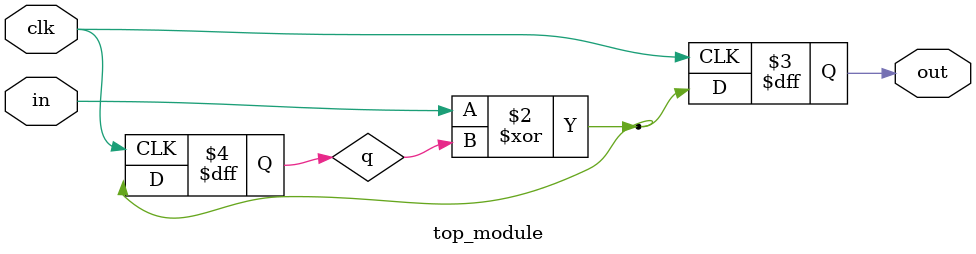
<source format=v>
module top_module (
    input clk,
    input in, 
    output out);
    wire q;
    always @(posedge clk) begin
        q = in ^ q;
        out = q;
    end
endmodule

// = (Blocking assigment)  used here, Not non-Blocking ( <= )
</source>
